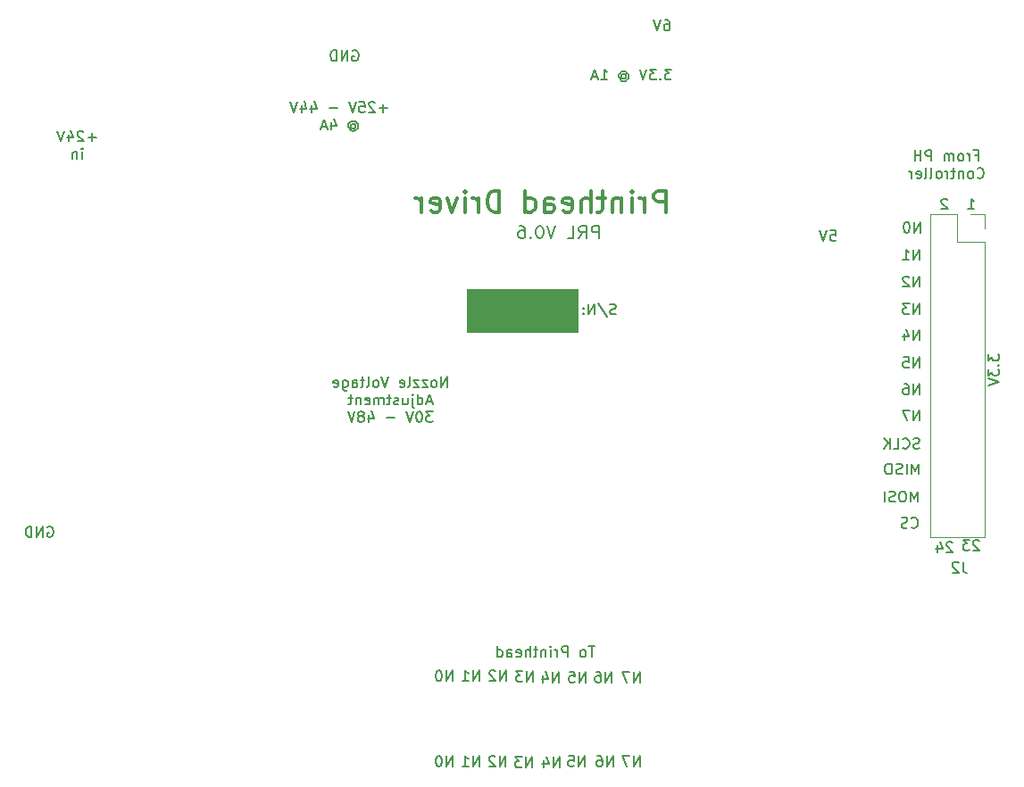
<source format=gbo>
G04 #@! TF.GenerationSoftware,KiCad,Pcbnew,(5.1.12)-1*
G04 #@! TF.CreationDate,2022-05-11T12:07:51+08:00*
G04 #@! TF.ProjectId,Printhead-Driver,5072696e-7468-4656-9164-2d4472697665,V0.6a*
G04 #@! TF.SameCoordinates,Original*
G04 #@! TF.FileFunction,Legend,Bot*
G04 #@! TF.FilePolarity,Positive*
%FSLAX46Y46*%
G04 Gerber Fmt 4.6, Leading zero omitted, Abs format (unit mm)*
G04 Created by KiCad (PCBNEW (5.1.12)-1) date 2022-05-11 12:07:51*
%MOMM*%
%LPD*%
G01*
G04 APERTURE LIST*
%ADD10C,0.150000*%
%ADD11C,0.200000*%
%ADD12C,0.100000*%
%ADD13C,0.300000*%
%ADD14C,0.120000*%
G04 APERTURE END LIST*
D10*
X132854604Y-66454400D02*
X132949842Y-66406780D01*
X133092700Y-66406780D01*
X133235557Y-66454400D01*
X133330795Y-66549638D01*
X133378414Y-66644876D01*
X133426033Y-66835352D01*
X133426033Y-66978209D01*
X133378414Y-67168685D01*
X133330795Y-67263923D01*
X133235557Y-67359161D01*
X133092700Y-67406780D01*
X132997461Y-67406780D01*
X132854604Y-67359161D01*
X132806985Y-67311542D01*
X132806985Y-66978209D01*
X132997461Y-66978209D01*
X132378414Y-67406780D02*
X132378414Y-66406780D01*
X131806985Y-67406780D01*
X131806985Y-66406780D01*
X131330795Y-67406780D02*
X131330795Y-66406780D01*
X131092700Y-66406780D01*
X130949842Y-66454400D01*
X130854604Y-66549638D01*
X130806985Y-66644876D01*
X130759366Y-66835352D01*
X130759366Y-66978209D01*
X130806985Y-67168685D01*
X130854604Y-67263923D01*
X130949842Y-67359161D01*
X131092700Y-67406780D01*
X131330795Y-67406780D01*
D11*
X193127380Y-95221609D02*
X193127380Y-95840657D01*
X193508333Y-95507323D01*
X193508333Y-95650180D01*
X193555952Y-95745419D01*
X193603571Y-95793038D01*
X193698809Y-95840657D01*
X193936904Y-95840657D01*
X194032142Y-95793038D01*
X194079761Y-95745419D01*
X194127380Y-95650180D01*
X194127380Y-95364466D01*
X194079761Y-95269228D01*
X194032142Y-95221609D01*
X194032142Y-96269228D02*
X194079761Y-96316847D01*
X194127380Y-96269228D01*
X194079761Y-96221609D01*
X194032142Y-96269228D01*
X194127380Y-96269228D01*
X193127380Y-96650180D02*
X193127380Y-97269228D01*
X193508333Y-96935895D01*
X193508333Y-97078752D01*
X193555952Y-97173990D01*
X193603571Y-97221609D01*
X193698809Y-97269228D01*
X193936904Y-97269228D01*
X194032142Y-97221609D01*
X194079761Y-97173990D01*
X194127380Y-97078752D01*
X194127380Y-96793038D01*
X194079761Y-96697800D01*
X194032142Y-96650180D01*
X193127380Y-97554942D02*
X194127380Y-97888276D01*
X193127380Y-98221609D01*
X178168276Y-83488280D02*
X178644466Y-83488280D01*
X178692085Y-83964471D01*
X178644466Y-83916852D01*
X178549228Y-83869233D01*
X178311133Y-83869233D01*
X178215895Y-83916852D01*
X178168276Y-83964471D01*
X178120657Y-84059709D01*
X178120657Y-84297804D01*
X178168276Y-84393042D01*
X178215895Y-84440661D01*
X178311133Y-84488280D01*
X178549228Y-84488280D01*
X178644466Y-84440661D01*
X178692085Y-84393042D01*
X177834942Y-83488280D02*
X177501609Y-84488280D01*
X177168276Y-83488280D01*
X162467895Y-63523880D02*
X162658371Y-63523880D01*
X162753609Y-63571500D01*
X162801228Y-63619119D01*
X162896466Y-63761976D01*
X162944085Y-63952452D01*
X162944085Y-64333404D01*
X162896466Y-64428642D01*
X162848847Y-64476261D01*
X162753609Y-64523880D01*
X162563133Y-64523880D01*
X162467895Y-64476261D01*
X162420276Y-64428642D01*
X162372657Y-64333404D01*
X162372657Y-64095309D01*
X162420276Y-64000071D01*
X162467895Y-63952452D01*
X162563133Y-63904833D01*
X162753609Y-63904833D01*
X162848847Y-63952452D01*
X162896466Y-64000071D01*
X162944085Y-64095309D01*
X162086942Y-63523880D02*
X161753609Y-64523880D01*
X161420276Y-63523880D01*
X103924004Y-111628300D02*
X104019242Y-111580680D01*
X104162100Y-111580680D01*
X104304957Y-111628300D01*
X104400195Y-111723538D01*
X104447814Y-111818776D01*
X104495433Y-112009252D01*
X104495433Y-112152109D01*
X104447814Y-112342585D01*
X104400195Y-112437823D01*
X104304957Y-112533061D01*
X104162100Y-112580680D01*
X104066861Y-112580680D01*
X103924004Y-112533061D01*
X103876385Y-112485442D01*
X103876385Y-112152109D01*
X104066861Y-112152109D01*
X103447814Y-112580680D02*
X103447814Y-111580680D01*
X102876385Y-112580680D01*
X102876385Y-111580680D01*
X102400195Y-112580680D02*
X102400195Y-111580680D01*
X102162100Y-111580680D01*
X102019242Y-111628300D01*
X101924004Y-111723538D01*
X101876385Y-111818776D01*
X101828766Y-112009252D01*
X101828766Y-112152109D01*
X101876385Y-112342585D01*
X101924004Y-112437823D01*
X102019242Y-112533061D01*
X102162100Y-112580680D01*
X102400195Y-112580680D01*
D12*
G36*
X154216100Y-93154500D02*
G01*
X143713200Y-93154500D01*
X143713200Y-89090500D01*
X154216100Y-89090500D01*
X154216100Y-93154500D01*
G37*
X154216100Y-93154500D02*
X143713200Y-93154500D01*
X143713200Y-89090500D01*
X154216100Y-89090500D01*
X154216100Y-93154500D01*
D11*
X157832228Y-91412961D02*
X157689371Y-91460580D01*
X157451276Y-91460580D01*
X157356038Y-91412961D01*
X157308419Y-91365342D01*
X157260800Y-91270104D01*
X157260800Y-91174866D01*
X157308419Y-91079628D01*
X157356038Y-91032009D01*
X157451276Y-90984390D01*
X157641752Y-90936771D01*
X157736990Y-90889152D01*
X157784609Y-90841533D01*
X157832228Y-90746295D01*
X157832228Y-90651057D01*
X157784609Y-90555819D01*
X157736990Y-90508200D01*
X157641752Y-90460580D01*
X157403657Y-90460580D01*
X157260800Y-90508200D01*
X156117942Y-90412961D02*
X156975085Y-91698676D01*
X155784609Y-91460580D02*
X155784609Y-90460580D01*
X155213180Y-91460580D01*
X155213180Y-90460580D01*
X154736990Y-91365342D02*
X154689371Y-91412961D01*
X154736990Y-91460580D01*
X154784609Y-91412961D01*
X154736990Y-91365342D01*
X154736990Y-91460580D01*
X154736990Y-90841533D02*
X154689371Y-90889152D01*
X154736990Y-90936771D01*
X154784609Y-90889152D01*
X154736990Y-90841533D01*
X154736990Y-90936771D01*
D10*
X185853366Y-111634542D02*
X185900985Y-111682161D01*
X186043842Y-111729780D01*
X186139080Y-111729780D01*
X186281938Y-111682161D01*
X186377176Y-111586923D01*
X186424795Y-111491685D01*
X186472414Y-111301209D01*
X186472414Y-111158352D01*
X186424795Y-110967876D01*
X186377176Y-110872638D01*
X186281938Y-110777400D01*
X186139080Y-110729780D01*
X186043842Y-110729780D01*
X185900985Y-110777400D01*
X185853366Y-110825019D01*
X185472414Y-111682161D02*
X185329557Y-111729780D01*
X185091461Y-111729780D01*
X184996223Y-111682161D01*
X184948604Y-111634542D01*
X184900985Y-111539304D01*
X184900985Y-111444066D01*
X184948604Y-111348828D01*
X184996223Y-111301209D01*
X185091461Y-111253590D01*
X185281938Y-111205971D01*
X185377176Y-111158352D01*
X185424795Y-111110733D01*
X185472414Y-111015495D01*
X185472414Y-110920257D01*
X185424795Y-110825019D01*
X185377176Y-110777400D01*
X185281938Y-110729780D01*
X185043842Y-110729780D01*
X184900985Y-110777400D01*
X186445328Y-109253280D02*
X186445328Y-108253280D01*
X186111995Y-108967566D01*
X185778661Y-108253280D01*
X185778661Y-109253280D01*
X185111995Y-108253280D02*
X184921519Y-108253280D01*
X184826280Y-108300900D01*
X184731042Y-108396138D01*
X184683423Y-108586614D01*
X184683423Y-108919947D01*
X184731042Y-109110423D01*
X184826280Y-109205661D01*
X184921519Y-109253280D01*
X185111995Y-109253280D01*
X185207233Y-109205661D01*
X185302471Y-109110423D01*
X185350090Y-108919947D01*
X185350090Y-108586614D01*
X185302471Y-108396138D01*
X185207233Y-108300900D01*
X185111995Y-108253280D01*
X184302471Y-109205661D02*
X184159614Y-109253280D01*
X183921519Y-109253280D01*
X183826280Y-109205661D01*
X183778661Y-109158042D01*
X183731042Y-109062804D01*
X183731042Y-108967566D01*
X183778661Y-108872328D01*
X183826280Y-108824709D01*
X183921519Y-108777090D01*
X184111995Y-108729471D01*
X184207233Y-108681852D01*
X184254852Y-108634233D01*
X184302471Y-108538995D01*
X184302471Y-108443757D01*
X184254852Y-108348519D01*
X184207233Y-108300900D01*
X184111995Y-108253280D01*
X183873900Y-108253280D01*
X183731042Y-108300900D01*
X183302471Y-109253280D02*
X183302471Y-108253280D01*
X142303404Y-134352380D02*
X142303404Y-133352380D01*
X141731976Y-134352380D01*
X141731976Y-133352380D01*
X141065309Y-133352380D02*
X140970071Y-133352380D01*
X140874833Y-133400000D01*
X140827214Y-133447619D01*
X140779595Y-133542857D01*
X140731976Y-133733333D01*
X140731976Y-133971428D01*
X140779595Y-134161904D01*
X140827214Y-134257142D01*
X140874833Y-134304761D01*
X140970071Y-134352380D01*
X141065309Y-134352380D01*
X141160547Y-134304761D01*
X141208166Y-134257142D01*
X141255785Y-134161904D01*
X141303404Y-133971428D01*
X141303404Y-133733333D01*
X141255785Y-133542857D01*
X141208166Y-133447619D01*
X141160547Y-133400000D01*
X141065309Y-133352380D01*
X144843404Y-134352380D02*
X144843404Y-133352380D01*
X144271976Y-134352380D01*
X144271976Y-133352380D01*
X143271976Y-134352380D02*
X143843404Y-134352380D01*
X143557690Y-134352380D02*
X143557690Y-133352380D01*
X143652928Y-133495238D01*
X143748166Y-133590476D01*
X143843404Y-133638095D01*
X147361904Y-134352380D02*
X147361904Y-133352380D01*
X146790476Y-134352380D01*
X146790476Y-133352380D01*
X146361904Y-133447619D02*
X146314285Y-133400000D01*
X146219047Y-133352380D01*
X145980952Y-133352380D01*
X145885714Y-133400000D01*
X145838095Y-133447619D01*
X145790476Y-133542857D01*
X145790476Y-133638095D01*
X145838095Y-133780952D01*
X146409523Y-134352380D01*
X145790476Y-134352380D01*
X149861904Y-134452380D02*
X149861904Y-133452380D01*
X149290476Y-134452380D01*
X149290476Y-133452380D01*
X148909523Y-133452380D02*
X148290476Y-133452380D01*
X148623809Y-133833333D01*
X148480952Y-133833333D01*
X148385714Y-133880952D01*
X148338095Y-133928571D01*
X148290476Y-134023809D01*
X148290476Y-134261904D01*
X148338095Y-134357142D01*
X148385714Y-134404761D01*
X148480952Y-134452380D01*
X148766666Y-134452380D01*
X148861904Y-134404761D01*
X148909523Y-134357142D01*
X152461904Y-134452380D02*
X152461904Y-133452380D01*
X151890476Y-134452380D01*
X151890476Y-133452380D01*
X150985714Y-133785714D02*
X150985714Y-134452380D01*
X151223809Y-133404761D02*
X151461904Y-134119047D01*
X150842857Y-134119047D01*
X154861904Y-134352380D02*
X154861904Y-133352380D01*
X154290476Y-134352380D01*
X154290476Y-133352380D01*
X153338095Y-133352380D02*
X153814285Y-133352380D01*
X153861904Y-133828571D01*
X153814285Y-133780952D01*
X153719047Y-133733333D01*
X153480952Y-133733333D01*
X153385714Y-133780952D01*
X153338095Y-133828571D01*
X153290476Y-133923809D01*
X153290476Y-134161904D01*
X153338095Y-134257142D01*
X153385714Y-134304761D01*
X153480952Y-134352380D01*
X153719047Y-134352380D01*
X153814285Y-134304761D01*
X153861904Y-134257142D01*
X157561904Y-134352380D02*
X157561904Y-133352380D01*
X156990476Y-134352380D01*
X156990476Y-133352380D01*
X156085714Y-133352380D02*
X156276190Y-133352380D01*
X156371428Y-133400000D01*
X156419047Y-133447619D01*
X156514285Y-133590476D01*
X156561904Y-133780952D01*
X156561904Y-134161904D01*
X156514285Y-134257142D01*
X156466666Y-134304761D01*
X156371428Y-134352380D01*
X156180952Y-134352380D01*
X156085714Y-134304761D01*
X156038095Y-134257142D01*
X155990476Y-134161904D01*
X155990476Y-133923809D01*
X156038095Y-133828571D01*
X156085714Y-133780952D01*
X156180952Y-133733333D01*
X156371428Y-133733333D01*
X156466666Y-133780952D01*
X156514285Y-133828571D01*
X156561904Y-133923809D01*
X160083404Y-134352380D02*
X160083404Y-133352380D01*
X159511976Y-134352380D01*
X159511976Y-133352380D01*
X159131023Y-133352380D02*
X158464357Y-133352380D01*
X158892928Y-134352380D01*
X141827952Y-98365880D02*
X141827952Y-97365880D01*
X141256523Y-98365880D01*
X141256523Y-97365880D01*
X140637476Y-98365880D02*
X140732714Y-98318261D01*
X140780333Y-98270642D01*
X140827952Y-98175404D01*
X140827952Y-97889690D01*
X140780333Y-97794452D01*
X140732714Y-97746833D01*
X140637476Y-97699214D01*
X140494619Y-97699214D01*
X140399380Y-97746833D01*
X140351761Y-97794452D01*
X140304142Y-97889690D01*
X140304142Y-98175404D01*
X140351761Y-98270642D01*
X140399380Y-98318261D01*
X140494619Y-98365880D01*
X140637476Y-98365880D01*
X139970809Y-97699214D02*
X139447000Y-97699214D01*
X139970809Y-98365880D01*
X139447000Y-98365880D01*
X139161285Y-97699214D02*
X138637476Y-97699214D01*
X139161285Y-98365880D01*
X138637476Y-98365880D01*
X138113666Y-98365880D02*
X138208904Y-98318261D01*
X138256523Y-98223023D01*
X138256523Y-97365880D01*
X137351761Y-98318261D02*
X137447000Y-98365880D01*
X137637476Y-98365880D01*
X137732714Y-98318261D01*
X137780333Y-98223023D01*
X137780333Y-97842071D01*
X137732714Y-97746833D01*
X137637476Y-97699214D01*
X137447000Y-97699214D01*
X137351761Y-97746833D01*
X137304142Y-97842071D01*
X137304142Y-97937309D01*
X137780333Y-98032547D01*
X136256523Y-97365880D02*
X135923190Y-98365880D01*
X135589857Y-97365880D01*
X135113666Y-98365880D02*
X135208904Y-98318261D01*
X135256523Y-98270642D01*
X135304142Y-98175404D01*
X135304142Y-97889690D01*
X135256523Y-97794452D01*
X135208904Y-97746833D01*
X135113666Y-97699214D01*
X134970809Y-97699214D01*
X134875571Y-97746833D01*
X134827952Y-97794452D01*
X134780333Y-97889690D01*
X134780333Y-98175404D01*
X134827952Y-98270642D01*
X134875571Y-98318261D01*
X134970809Y-98365880D01*
X135113666Y-98365880D01*
X134208904Y-98365880D02*
X134304142Y-98318261D01*
X134351761Y-98223023D01*
X134351761Y-97365880D01*
X133970809Y-97699214D02*
X133589857Y-97699214D01*
X133827952Y-97365880D02*
X133827952Y-98223023D01*
X133780333Y-98318261D01*
X133685095Y-98365880D01*
X133589857Y-98365880D01*
X132827952Y-98365880D02*
X132827952Y-97842071D01*
X132875571Y-97746833D01*
X132970809Y-97699214D01*
X133161285Y-97699214D01*
X133256523Y-97746833D01*
X132827952Y-98318261D02*
X132923190Y-98365880D01*
X133161285Y-98365880D01*
X133256523Y-98318261D01*
X133304142Y-98223023D01*
X133304142Y-98127785D01*
X133256523Y-98032547D01*
X133161285Y-97984928D01*
X132923190Y-97984928D01*
X132827952Y-97937309D01*
X131923190Y-97699214D02*
X131923190Y-98508738D01*
X131970809Y-98603976D01*
X132018428Y-98651595D01*
X132113666Y-98699214D01*
X132256523Y-98699214D01*
X132351761Y-98651595D01*
X131923190Y-98318261D02*
X132018428Y-98365880D01*
X132208904Y-98365880D01*
X132304142Y-98318261D01*
X132351761Y-98270642D01*
X132399380Y-98175404D01*
X132399380Y-97889690D01*
X132351761Y-97794452D01*
X132304142Y-97746833D01*
X132208904Y-97699214D01*
X132018428Y-97699214D01*
X131923190Y-97746833D01*
X131066047Y-98318261D02*
X131161285Y-98365880D01*
X131351761Y-98365880D01*
X131447000Y-98318261D01*
X131494619Y-98223023D01*
X131494619Y-97842071D01*
X131447000Y-97746833D01*
X131351761Y-97699214D01*
X131161285Y-97699214D01*
X131066047Y-97746833D01*
X131018428Y-97842071D01*
X131018428Y-97937309D01*
X131494619Y-98032547D01*
X140351761Y-99730166D02*
X139875571Y-99730166D01*
X140447000Y-100015880D02*
X140113666Y-99015880D01*
X139780333Y-100015880D01*
X139018428Y-100015880D02*
X139018428Y-99015880D01*
X139018428Y-99968261D02*
X139113666Y-100015880D01*
X139304142Y-100015880D01*
X139399380Y-99968261D01*
X139447000Y-99920642D01*
X139494619Y-99825404D01*
X139494619Y-99539690D01*
X139447000Y-99444452D01*
X139399380Y-99396833D01*
X139304142Y-99349214D01*
X139113666Y-99349214D01*
X139018428Y-99396833D01*
X138542238Y-99349214D02*
X138542238Y-100206357D01*
X138589857Y-100301595D01*
X138685095Y-100349214D01*
X138732714Y-100349214D01*
X138542238Y-99015880D02*
X138589857Y-99063500D01*
X138542238Y-99111119D01*
X138494619Y-99063500D01*
X138542238Y-99015880D01*
X138542238Y-99111119D01*
X137637476Y-99349214D02*
X137637476Y-100015880D01*
X138066047Y-99349214D02*
X138066047Y-99873023D01*
X138018428Y-99968261D01*
X137923190Y-100015880D01*
X137780333Y-100015880D01*
X137685095Y-99968261D01*
X137637476Y-99920642D01*
X137208904Y-99968261D02*
X137113666Y-100015880D01*
X136923190Y-100015880D01*
X136827952Y-99968261D01*
X136780333Y-99873023D01*
X136780333Y-99825404D01*
X136827952Y-99730166D01*
X136923190Y-99682547D01*
X137066047Y-99682547D01*
X137161285Y-99634928D01*
X137208904Y-99539690D01*
X137208904Y-99492071D01*
X137161285Y-99396833D01*
X137066047Y-99349214D01*
X136923190Y-99349214D01*
X136827952Y-99396833D01*
X136494619Y-99349214D02*
X136113666Y-99349214D01*
X136351761Y-99015880D02*
X136351761Y-99873023D01*
X136304142Y-99968261D01*
X136208904Y-100015880D01*
X136113666Y-100015880D01*
X135780333Y-100015880D02*
X135780333Y-99349214D01*
X135780333Y-99444452D02*
X135732714Y-99396833D01*
X135637476Y-99349214D01*
X135494619Y-99349214D01*
X135399380Y-99396833D01*
X135351761Y-99492071D01*
X135351761Y-100015880D01*
X135351761Y-99492071D02*
X135304142Y-99396833D01*
X135208904Y-99349214D01*
X135066047Y-99349214D01*
X134970809Y-99396833D01*
X134923190Y-99492071D01*
X134923190Y-100015880D01*
X134066047Y-99968261D02*
X134161285Y-100015880D01*
X134351761Y-100015880D01*
X134447000Y-99968261D01*
X134494619Y-99873023D01*
X134494619Y-99492071D01*
X134447000Y-99396833D01*
X134351761Y-99349214D01*
X134161285Y-99349214D01*
X134066047Y-99396833D01*
X134018428Y-99492071D01*
X134018428Y-99587309D01*
X134494619Y-99682547D01*
X133589857Y-99349214D02*
X133589857Y-100015880D01*
X133589857Y-99444452D02*
X133542238Y-99396833D01*
X133447000Y-99349214D01*
X133304142Y-99349214D01*
X133208904Y-99396833D01*
X133161285Y-99492071D01*
X133161285Y-100015880D01*
X132827952Y-99349214D02*
X132447000Y-99349214D01*
X132685095Y-99015880D02*
X132685095Y-99873023D01*
X132637476Y-99968261D01*
X132542238Y-100015880D01*
X132447000Y-100015880D01*
X140447000Y-100665880D02*
X139827952Y-100665880D01*
X140161285Y-101046833D01*
X140018428Y-101046833D01*
X139923190Y-101094452D01*
X139875571Y-101142071D01*
X139827952Y-101237309D01*
X139827952Y-101475404D01*
X139875571Y-101570642D01*
X139923190Y-101618261D01*
X140018428Y-101665880D01*
X140304142Y-101665880D01*
X140399380Y-101618261D01*
X140447000Y-101570642D01*
X139208904Y-100665880D02*
X139113666Y-100665880D01*
X139018428Y-100713500D01*
X138970809Y-100761119D01*
X138923190Y-100856357D01*
X138875571Y-101046833D01*
X138875571Y-101284928D01*
X138923190Y-101475404D01*
X138970809Y-101570642D01*
X139018428Y-101618261D01*
X139113666Y-101665880D01*
X139208904Y-101665880D01*
X139304142Y-101618261D01*
X139351761Y-101570642D01*
X139399380Y-101475404D01*
X139447000Y-101284928D01*
X139447000Y-101046833D01*
X139399380Y-100856357D01*
X139351761Y-100761119D01*
X139304142Y-100713500D01*
X139208904Y-100665880D01*
X138589857Y-100665880D02*
X138256523Y-101665880D01*
X137923190Y-100665880D01*
X136827952Y-101284928D02*
X136066047Y-101284928D01*
X134399380Y-100999214D02*
X134399380Y-101665880D01*
X134637476Y-100618261D02*
X134875571Y-101332547D01*
X134256523Y-101332547D01*
X133732714Y-101094452D02*
X133827952Y-101046833D01*
X133875571Y-100999214D01*
X133923190Y-100903976D01*
X133923190Y-100856357D01*
X133875571Y-100761119D01*
X133827952Y-100713500D01*
X133732714Y-100665880D01*
X133542238Y-100665880D01*
X133447000Y-100713500D01*
X133399380Y-100761119D01*
X133351761Y-100856357D01*
X133351761Y-100903976D01*
X133399380Y-100999214D01*
X133447000Y-101046833D01*
X133542238Y-101094452D01*
X133732714Y-101094452D01*
X133827952Y-101142071D01*
X133875571Y-101189690D01*
X133923190Y-101284928D01*
X133923190Y-101475404D01*
X133875571Y-101570642D01*
X133827952Y-101618261D01*
X133732714Y-101665880D01*
X133542238Y-101665880D01*
X133447000Y-101618261D01*
X133399380Y-101570642D01*
X133351761Y-101475404D01*
X133351761Y-101284928D01*
X133399380Y-101189690D01*
X133447000Y-101142071D01*
X133542238Y-101094452D01*
X133066047Y-100665880D02*
X132732714Y-101665880D01*
X132399380Y-100665880D01*
X155820476Y-122959880D02*
X155249047Y-122959880D01*
X155534761Y-123959880D02*
X155534761Y-122959880D01*
X154772857Y-123959880D02*
X154868095Y-123912261D01*
X154915714Y-123864642D01*
X154963333Y-123769404D01*
X154963333Y-123483690D01*
X154915714Y-123388452D01*
X154868095Y-123340833D01*
X154772857Y-123293214D01*
X154630000Y-123293214D01*
X154534761Y-123340833D01*
X154487142Y-123388452D01*
X154439523Y-123483690D01*
X154439523Y-123769404D01*
X154487142Y-123864642D01*
X154534761Y-123912261D01*
X154630000Y-123959880D01*
X154772857Y-123959880D01*
X153249047Y-123959880D02*
X153249047Y-122959880D01*
X152868095Y-122959880D01*
X152772857Y-123007500D01*
X152725238Y-123055119D01*
X152677619Y-123150357D01*
X152677619Y-123293214D01*
X152725238Y-123388452D01*
X152772857Y-123436071D01*
X152868095Y-123483690D01*
X153249047Y-123483690D01*
X152249047Y-123959880D02*
X152249047Y-123293214D01*
X152249047Y-123483690D02*
X152201428Y-123388452D01*
X152153809Y-123340833D01*
X152058571Y-123293214D01*
X151963333Y-123293214D01*
X151630000Y-123959880D02*
X151630000Y-123293214D01*
X151630000Y-122959880D02*
X151677619Y-123007500D01*
X151630000Y-123055119D01*
X151582380Y-123007500D01*
X151630000Y-122959880D01*
X151630000Y-123055119D01*
X151153809Y-123293214D02*
X151153809Y-123959880D01*
X151153809Y-123388452D02*
X151106190Y-123340833D01*
X151010952Y-123293214D01*
X150868095Y-123293214D01*
X150772857Y-123340833D01*
X150725238Y-123436071D01*
X150725238Y-123959880D01*
X150391904Y-123293214D02*
X150010952Y-123293214D01*
X150249047Y-122959880D02*
X150249047Y-123817023D01*
X150201428Y-123912261D01*
X150106190Y-123959880D01*
X150010952Y-123959880D01*
X149677619Y-123959880D02*
X149677619Y-122959880D01*
X149249047Y-123959880D02*
X149249047Y-123436071D01*
X149296666Y-123340833D01*
X149391904Y-123293214D01*
X149534761Y-123293214D01*
X149630000Y-123340833D01*
X149677619Y-123388452D01*
X148391904Y-123912261D02*
X148487142Y-123959880D01*
X148677619Y-123959880D01*
X148772857Y-123912261D01*
X148820476Y-123817023D01*
X148820476Y-123436071D01*
X148772857Y-123340833D01*
X148677619Y-123293214D01*
X148487142Y-123293214D01*
X148391904Y-123340833D01*
X148344285Y-123436071D01*
X148344285Y-123531309D01*
X148820476Y-123626547D01*
X147487142Y-123959880D02*
X147487142Y-123436071D01*
X147534761Y-123340833D01*
X147630000Y-123293214D01*
X147820476Y-123293214D01*
X147915714Y-123340833D01*
X147487142Y-123912261D02*
X147582380Y-123959880D01*
X147820476Y-123959880D01*
X147915714Y-123912261D01*
X147963333Y-123817023D01*
X147963333Y-123721785D01*
X147915714Y-123626547D01*
X147820476Y-123578928D01*
X147582380Y-123578928D01*
X147487142Y-123531309D01*
X146582380Y-123959880D02*
X146582380Y-122959880D01*
X146582380Y-123912261D02*
X146677619Y-123959880D01*
X146868095Y-123959880D01*
X146963333Y-123912261D01*
X147010952Y-123864642D01*
X147058571Y-123769404D01*
X147058571Y-123483690D01*
X147010952Y-123388452D01*
X146963333Y-123340833D01*
X146868095Y-123293214D01*
X146677619Y-123293214D01*
X146582380Y-123340833D01*
X191882376Y-76370371D02*
X192215709Y-76370371D01*
X192215709Y-76894180D02*
X192215709Y-75894180D01*
X191739519Y-75894180D01*
X191358566Y-76894180D02*
X191358566Y-76227514D01*
X191358566Y-76417990D02*
X191310947Y-76322752D01*
X191263328Y-76275133D01*
X191168090Y-76227514D01*
X191072852Y-76227514D01*
X190596661Y-76894180D02*
X190691900Y-76846561D01*
X190739519Y-76798942D01*
X190787138Y-76703704D01*
X190787138Y-76417990D01*
X190739519Y-76322752D01*
X190691900Y-76275133D01*
X190596661Y-76227514D01*
X190453804Y-76227514D01*
X190358566Y-76275133D01*
X190310947Y-76322752D01*
X190263328Y-76417990D01*
X190263328Y-76703704D01*
X190310947Y-76798942D01*
X190358566Y-76846561D01*
X190453804Y-76894180D01*
X190596661Y-76894180D01*
X189834757Y-76894180D02*
X189834757Y-76227514D01*
X189834757Y-76322752D02*
X189787138Y-76275133D01*
X189691899Y-76227514D01*
X189549042Y-76227514D01*
X189453804Y-76275133D01*
X189406185Y-76370371D01*
X189406185Y-76894180D01*
X189406185Y-76370371D02*
X189358566Y-76275133D01*
X189263328Y-76227514D01*
X189120471Y-76227514D01*
X189025233Y-76275133D01*
X188977614Y-76370371D01*
X188977614Y-76894180D01*
X187739519Y-76894180D02*
X187739519Y-75894180D01*
X187358566Y-75894180D01*
X187263328Y-75941800D01*
X187215709Y-75989419D01*
X187168090Y-76084657D01*
X187168090Y-76227514D01*
X187215709Y-76322752D01*
X187263328Y-76370371D01*
X187358566Y-76417990D01*
X187739519Y-76417990D01*
X186739519Y-76894180D02*
X186739519Y-75894180D01*
X186739519Y-76370371D02*
X186168090Y-76370371D01*
X186168090Y-76894180D02*
X186168090Y-75894180D01*
X192096661Y-78448942D02*
X192144280Y-78496561D01*
X192287138Y-78544180D01*
X192382376Y-78544180D01*
X192525233Y-78496561D01*
X192620471Y-78401323D01*
X192668090Y-78306085D01*
X192715709Y-78115609D01*
X192715709Y-77972752D01*
X192668090Y-77782276D01*
X192620471Y-77687038D01*
X192525233Y-77591800D01*
X192382376Y-77544180D01*
X192287138Y-77544180D01*
X192144280Y-77591800D01*
X192096661Y-77639419D01*
X191525233Y-78544180D02*
X191620471Y-78496561D01*
X191668090Y-78448942D01*
X191715709Y-78353704D01*
X191715709Y-78067990D01*
X191668090Y-77972752D01*
X191620471Y-77925133D01*
X191525233Y-77877514D01*
X191382376Y-77877514D01*
X191287138Y-77925133D01*
X191239519Y-77972752D01*
X191191900Y-78067990D01*
X191191900Y-78353704D01*
X191239519Y-78448942D01*
X191287138Y-78496561D01*
X191382376Y-78544180D01*
X191525233Y-78544180D01*
X190763328Y-77877514D02*
X190763328Y-78544180D01*
X190763328Y-77972752D02*
X190715709Y-77925133D01*
X190620471Y-77877514D01*
X190477614Y-77877514D01*
X190382376Y-77925133D01*
X190334757Y-78020371D01*
X190334757Y-78544180D01*
X190001423Y-77877514D02*
X189620471Y-77877514D01*
X189858566Y-77544180D02*
X189858566Y-78401323D01*
X189810947Y-78496561D01*
X189715709Y-78544180D01*
X189620471Y-78544180D01*
X189287138Y-78544180D02*
X189287138Y-77877514D01*
X189287138Y-78067990D02*
X189239519Y-77972752D01*
X189191900Y-77925133D01*
X189096661Y-77877514D01*
X189001423Y-77877514D01*
X188525233Y-78544180D02*
X188620471Y-78496561D01*
X188668090Y-78448942D01*
X188715709Y-78353704D01*
X188715709Y-78067990D01*
X188668090Y-77972752D01*
X188620471Y-77925133D01*
X188525233Y-77877514D01*
X188382376Y-77877514D01*
X188287138Y-77925133D01*
X188239519Y-77972752D01*
X188191900Y-78067990D01*
X188191900Y-78353704D01*
X188239519Y-78448942D01*
X188287138Y-78496561D01*
X188382376Y-78544180D01*
X188525233Y-78544180D01*
X187620471Y-78544180D02*
X187715709Y-78496561D01*
X187763328Y-78401323D01*
X187763328Y-77544180D01*
X187096661Y-78544180D02*
X187191900Y-78496561D01*
X187239519Y-78401323D01*
X187239519Y-77544180D01*
X186334757Y-78496561D02*
X186429995Y-78544180D01*
X186620471Y-78544180D01*
X186715709Y-78496561D01*
X186763328Y-78401323D01*
X186763328Y-78020371D01*
X186715709Y-77925133D01*
X186620471Y-77877514D01*
X186429995Y-77877514D01*
X186334757Y-77925133D01*
X186287138Y-78020371D01*
X186287138Y-78115609D01*
X186763328Y-78210847D01*
X185858566Y-78544180D02*
X185858566Y-77877514D01*
X185858566Y-78067990D02*
X185810947Y-77972752D01*
X185763328Y-77925133D01*
X185668090Y-77877514D01*
X185572852Y-77877514D01*
X163081814Y-68197480D02*
X162462766Y-68197480D01*
X162796100Y-68578433D01*
X162653242Y-68578433D01*
X162558004Y-68626052D01*
X162510385Y-68673671D01*
X162462766Y-68768909D01*
X162462766Y-69007004D01*
X162510385Y-69102242D01*
X162558004Y-69149861D01*
X162653242Y-69197480D01*
X162938957Y-69197480D01*
X163034195Y-69149861D01*
X163081814Y-69102242D01*
X162034195Y-69102242D02*
X161986576Y-69149861D01*
X162034195Y-69197480D01*
X162081814Y-69149861D01*
X162034195Y-69102242D01*
X162034195Y-69197480D01*
X161653242Y-68197480D02*
X161034195Y-68197480D01*
X161367528Y-68578433D01*
X161224671Y-68578433D01*
X161129433Y-68626052D01*
X161081814Y-68673671D01*
X161034195Y-68768909D01*
X161034195Y-69007004D01*
X161081814Y-69102242D01*
X161129433Y-69149861D01*
X161224671Y-69197480D01*
X161510385Y-69197480D01*
X161605623Y-69149861D01*
X161653242Y-69102242D01*
X160748480Y-68197480D02*
X160415147Y-69197480D01*
X160081814Y-68197480D01*
X158367528Y-68721290D02*
X158415147Y-68673671D01*
X158510385Y-68626052D01*
X158605623Y-68626052D01*
X158700861Y-68673671D01*
X158748480Y-68721290D01*
X158796100Y-68816528D01*
X158796100Y-68911766D01*
X158748480Y-69007004D01*
X158700861Y-69054623D01*
X158605623Y-69102242D01*
X158510385Y-69102242D01*
X158415147Y-69054623D01*
X158367528Y-69007004D01*
X158367528Y-68626052D02*
X158367528Y-69007004D01*
X158319909Y-69054623D01*
X158272290Y-69054623D01*
X158177052Y-69007004D01*
X158129433Y-68911766D01*
X158129433Y-68673671D01*
X158224671Y-68530814D01*
X158367528Y-68435576D01*
X158558004Y-68387957D01*
X158748480Y-68435576D01*
X158891338Y-68530814D01*
X158986576Y-68673671D01*
X159034195Y-68864147D01*
X158986576Y-69054623D01*
X158891338Y-69197480D01*
X158748480Y-69292719D01*
X158558004Y-69340338D01*
X158367528Y-69292719D01*
X158224671Y-69197480D01*
X156415147Y-69197480D02*
X156986576Y-69197480D01*
X156700861Y-69197480D02*
X156700861Y-68197480D01*
X156796100Y-68340338D01*
X156891338Y-68435576D01*
X156986576Y-68483195D01*
X156034195Y-68911766D02*
X155558004Y-68911766D01*
X156129433Y-69197480D02*
X155796100Y-68197480D01*
X155462766Y-69197480D01*
X108518104Y-74659028D02*
X107756200Y-74659028D01*
X108137152Y-75039980D02*
X108137152Y-74278076D01*
X107327628Y-74135219D02*
X107280009Y-74087600D01*
X107184771Y-74039980D01*
X106946676Y-74039980D01*
X106851438Y-74087600D01*
X106803819Y-74135219D01*
X106756200Y-74230457D01*
X106756200Y-74325695D01*
X106803819Y-74468552D01*
X107375247Y-75039980D01*
X106756200Y-75039980D01*
X105899057Y-74373314D02*
X105899057Y-75039980D01*
X106137152Y-73992361D02*
X106375247Y-74706647D01*
X105756200Y-74706647D01*
X105518104Y-74039980D02*
X105184771Y-75039980D01*
X104851438Y-74039980D01*
X107208580Y-76689980D02*
X107208580Y-76023314D01*
X107208580Y-75689980D02*
X107256200Y-75737600D01*
X107208580Y-75785219D01*
X107160961Y-75737600D01*
X107208580Y-75689980D01*
X107208580Y-75785219D01*
X106732390Y-76023314D02*
X106732390Y-76689980D01*
X106732390Y-76118552D02*
X106684771Y-76070933D01*
X106589533Y-76023314D01*
X106446676Y-76023314D01*
X106351438Y-76070933D01*
X106303819Y-76166171D01*
X106303819Y-76689980D01*
X136159309Y-71903128D02*
X135397404Y-71903128D01*
X135778357Y-72284080D02*
X135778357Y-71522176D01*
X134968833Y-71379319D02*
X134921214Y-71331700D01*
X134825976Y-71284080D01*
X134587880Y-71284080D01*
X134492642Y-71331700D01*
X134445023Y-71379319D01*
X134397404Y-71474557D01*
X134397404Y-71569795D01*
X134445023Y-71712652D01*
X135016452Y-72284080D01*
X134397404Y-72284080D01*
X133492642Y-71284080D02*
X133968833Y-71284080D01*
X134016452Y-71760271D01*
X133968833Y-71712652D01*
X133873595Y-71665033D01*
X133635500Y-71665033D01*
X133540261Y-71712652D01*
X133492642Y-71760271D01*
X133445023Y-71855509D01*
X133445023Y-72093604D01*
X133492642Y-72188842D01*
X133540261Y-72236461D01*
X133635500Y-72284080D01*
X133873595Y-72284080D01*
X133968833Y-72236461D01*
X134016452Y-72188842D01*
X133159309Y-71284080D02*
X132825976Y-72284080D01*
X132492642Y-71284080D01*
X131397404Y-71903128D02*
X130635500Y-71903128D01*
X128968833Y-71617414D02*
X128968833Y-72284080D01*
X129206928Y-71236461D02*
X129445023Y-71950747D01*
X128825976Y-71950747D01*
X128016452Y-71617414D02*
X128016452Y-72284080D01*
X128254547Y-71236461D02*
X128492642Y-71950747D01*
X127873595Y-71950747D01*
X127635500Y-71284080D02*
X127302166Y-72284080D01*
X126968833Y-71284080D01*
X132706928Y-73457890D02*
X132754547Y-73410271D01*
X132849785Y-73362652D01*
X132945023Y-73362652D01*
X133040261Y-73410271D01*
X133087880Y-73457890D01*
X133135500Y-73553128D01*
X133135500Y-73648366D01*
X133087880Y-73743604D01*
X133040261Y-73791223D01*
X132945023Y-73838842D01*
X132849785Y-73838842D01*
X132754547Y-73791223D01*
X132706928Y-73743604D01*
X132706928Y-73362652D02*
X132706928Y-73743604D01*
X132659309Y-73791223D01*
X132611690Y-73791223D01*
X132516452Y-73743604D01*
X132468833Y-73648366D01*
X132468833Y-73410271D01*
X132564071Y-73267414D01*
X132706928Y-73172176D01*
X132897404Y-73124557D01*
X133087880Y-73172176D01*
X133230738Y-73267414D01*
X133325976Y-73410271D01*
X133373595Y-73600747D01*
X133325976Y-73791223D01*
X133230738Y-73934080D01*
X133087880Y-74029319D01*
X132897404Y-74076938D01*
X132706928Y-74029319D01*
X132564071Y-73934080D01*
X130849785Y-73267414D02*
X130849785Y-73934080D01*
X131087880Y-72886461D02*
X131325976Y-73600747D01*
X130706928Y-73600747D01*
X130373595Y-73648366D02*
X129897404Y-73648366D01*
X130468833Y-73934080D02*
X130135500Y-72934080D01*
X129802166Y-73934080D01*
X186689904Y-83700880D02*
X186689904Y-82700880D01*
X186118476Y-83700880D01*
X186118476Y-82700880D01*
X185451809Y-82700880D02*
X185356571Y-82700880D01*
X185261333Y-82748500D01*
X185213714Y-82796119D01*
X185166095Y-82891357D01*
X185118476Y-83081833D01*
X185118476Y-83319928D01*
X185166095Y-83510404D01*
X185213714Y-83605642D01*
X185261333Y-83653261D01*
X185356571Y-83700880D01*
X185451809Y-83700880D01*
X185547047Y-83653261D01*
X185594666Y-83605642D01*
X185642285Y-83510404D01*
X185689904Y-83319928D01*
X185689904Y-83081833D01*
X185642285Y-82891357D01*
X185594666Y-82796119D01*
X185547047Y-82748500D01*
X185451809Y-82700880D01*
X186626404Y-86304380D02*
X186626404Y-85304380D01*
X186054976Y-86304380D01*
X186054976Y-85304380D01*
X185054976Y-86304380D02*
X185626404Y-86304380D01*
X185340690Y-86304380D02*
X185340690Y-85304380D01*
X185435928Y-85447238D01*
X185531166Y-85542476D01*
X185626404Y-85590095D01*
X186626404Y-88844380D02*
X186626404Y-87844380D01*
X186054976Y-88844380D01*
X186054976Y-87844380D01*
X185626404Y-87939619D02*
X185578785Y-87892000D01*
X185483547Y-87844380D01*
X185245452Y-87844380D01*
X185150214Y-87892000D01*
X185102595Y-87939619D01*
X185054976Y-88034857D01*
X185054976Y-88130095D01*
X185102595Y-88272952D01*
X185674023Y-88844380D01*
X185054976Y-88844380D01*
X186626404Y-91447880D02*
X186626404Y-90447880D01*
X186054976Y-91447880D01*
X186054976Y-90447880D01*
X185674023Y-90447880D02*
X185054976Y-90447880D01*
X185388309Y-90828833D01*
X185245452Y-90828833D01*
X185150214Y-90876452D01*
X185102595Y-90924071D01*
X185054976Y-91019309D01*
X185054976Y-91257404D01*
X185102595Y-91352642D01*
X185150214Y-91400261D01*
X185245452Y-91447880D01*
X185531166Y-91447880D01*
X185626404Y-91400261D01*
X185674023Y-91352642D01*
X186626404Y-93924380D02*
X186626404Y-92924380D01*
X186054976Y-93924380D01*
X186054976Y-92924380D01*
X185150214Y-93257714D02*
X185150214Y-93924380D01*
X185388309Y-92876761D02*
X185626404Y-93591047D01*
X185007357Y-93591047D01*
X186626404Y-96527880D02*
X186626404Y-95527880D01*
X186054976Y-96527880D01*
X186054976Y-95527880D01*
X185102595Y-95527880D02*
X185578785Y-95527880D01*
X185626404Y-96004071D01*
X185578785Y-95956452D01*
X185483547Y-95908833D01*
X185245452Y-95908833D01*
X185150214Y-95956452D01*
X185102595Y-96004071D01*
X185054976Y-96099309D01*
X185054976Y-96337404D01*
X185102595Y-96432642D01*
X185150214Y-96480261D01*
X185245452Y-96527880D01*
X185483547Y-96527880D01*
X185578785Y-96480261D01*
X185626404Y-96432642D01*
X186626404Y-99067880D02*
X186626404Y-98067880D01*
X186054976Y-99067880D01*
X186054976Y-98067880D01*
X185150214Y-98067880D02*
X185340690Y-98067880D01*
X185435928Y-98115500D01*
X185483547Y-98163119D01*
X185578785Y-98305976D01*
X185626404Y-98496452D01*
X185626404Y-98877404D01*
X185578785Y-98972642D01*
X185531166Y-99020261D01*
X185435928Y-99067880D01*
X185245452Y-99067880D01*
X185150214Y-99020261D01*
X185102595Y-98972642D01*
X185054976Y-98877404D01*
X185054976Y-98639309D01*
X185102595Y-98544071D01*
X185150214Y-98496452D01*
X185245452Y-98448833D01*
X185435928Y-98448833D01*
X185531166Y-98496452D01*
X185578785Y-98544071D01*
X185626404Y-98639309D01*
X186626404Y-101544380D02*
X186626404Y-100544380D01*
X186054976Y-101544380D01*
X186054976Y-100544380D01*
X185674023Y-100544380D02*
X185007357Y-100544380D01*
X185435928Y-101544380D01*
X186602476Y-104151061D02*
X186459619Y-104198680D01*
X186221523Y-104198680D01*
X186126285Y-104151061D01*
X186078666Y-104103442D01*
X186031047Y-104008204D01*
X186031047Y-103912966D01*
X186078666Y-103817728D01*
X186126285Y-103770109D01*
X186221523Y-103722490D01*
X186412000Y-103674871D01*
X186507238Y-103627252D01*
X186554857Y-103579633D01*
X186602476Y-103484395D01*
X186602476Y-103389157D01*
X186554857Y-103293919D01*
X186507238Y-103246300D01*
X186412000Y-103198680D01*
X186173904Y-103198680D01*
X186031047Y-103246300D01*
X185031047Y-104103442D02*
X185078666Y-104151061D01*
X185221523Y-104198680D01*
X185316761Y-104198680D01*
X185459619Y-104151061D01*
X185554857Y-104055823D01*
X185602476Y-103960585D01*
X185650095Y-103770109D01*
X185650095Y-103627252D01*
X185602476Y-103436776D01*
X185554857Y-103341538D01*
X185459619Y-103246300D01*
X185316761Y-103198680D01*
X185221523Y-103198680D01*
X185078666Y-103246300D01*
X185031047Y-103293919D01*
X184126285Y-104198680D02*
X184602476Y-104198680D01*
X184602476Y-103198680D01*
X183792952Y-104198680D02*
X183792952Y-103198680D01*
X183221523Y-104198680D02*
X183650095Y-103627252D01*
X183221523Y-103198680D02*
X183792952Y-103770109D01*
X186546928Y-106624380D02*
X186546928Y-105624380D01*
X186213595Y-106338666D01*
X185880261Y-105624380D01*
X185880261Y-106624380D01*
X185404071Y-106624380D02*
X185404071Y-105624380D01*
X184975500Y-106576761D02*
X184832642Y-106624380D01*
X184594547Y-106624380D01*
X184499309Y-106576761D01*
X184451690Y-106529142D01*
X184404071Y-106433904D01*
X184404071Y-106338666D01*
X184451690Y-106243428D01*
X184499309Y-106195809D01*
X184594547Y-106148190D01*
X184785023Y-106100571D01*
X184880261Y-106052952D01*
X184927880Y-106005333D01*
X184975500Y-105910095D01*
X184975500Y-105814857D01*
X184927880Y-105719619D01*
X184880261Y-105672000D01*
X184785023Y-105624380D01*
X184546928Y-105624380D01*
X184404071Y-105672000D01*
X183785023Y-105624380D02*
X183594547Y-105624380D01*
X183499309Y-105672000D01*
X183404071Y-105767238D01*
X183356452Y-105957714D01*
X183356452Y-106291047D01*
X183404071Y-106481523D01*
X183499309Y-106576761D01*
X183594547Y-106624380D01*
X183785023Y-106624380D01*
X183880261Y-106576761D01*
X183975500Y-106481523D01*
X184023119Y-106291047D01*
X184023119Y-105957714D01*
X183975500Y-105767238D01*
X183880261Y-105672000D01*
X183785023Y-105624380D01*
X160083404Y-126372880D02*
X160083404Y-125372880D01*
X159511976Y-126372880D01*
X159511976Y-125372880D01*
X159131023Y-125372880D02*
X158464357Y-125372880D01*
X158892928Y-126372880D01*
X157416404Y-126372880D02*
X157416404Y-125372880D01*
X156844976Y-126372880D01*
X156844976Y-125372880D01*
X155940214Y-125372880D02*
X156130690Y-125372880D01*
X156225928Y-125420500D01*
X156273547Y-125468119D01*
X156368785Y-125610976D01*
X156416404Y-125801452D01*
X156416404Y-126182404D01*
X156368785Y-126277642D01*
X156321166Y-126325261D01*
X156225928Y-126372880D01*
X156035452Y-126372880D01*
X155940214Y-126325261D01*
X155892595Y-126277642D01*
X155844976Y-126182404D01*
X155844976Y-125944309D01*
X155892595Y-125849071D01*
X155940214Y-125801452D01*
X156035452Y-125753833D01*
X156225928Y-125753833D01*
X156321166Y-125801452D01*
X156368785Y-125849071D01*
X156416404Y-125944309D01*
X154939904Y-126372880D02*
X154939904Y-125372880D01*
X154368476Y-126372880D01*
X154368476Y-125372880D01*
X153416095Y-125372880D02*
X153892285Y-125372880D01*
X153939904Y-125849071D01*
X153892285Y-125801452D01*
X153797047Y-125753833D01*
X153558952Y-125753833D01*
X153463714Y-125801452D01*
X153416095Y-125849071D01*
X153368476Y-125944309D01*
X153368476Y-126182404D01*
X153416095Y-126277642D01*
X153463714Y-126325261D01*
X153558952Y-126372880D01*
X153797047Y-126372880D01*
X153892285Y-126325261D01*
X153939904Y-126277642D01*
X152399904Y-126372880D02*
X152399904Y-125372880D01*
X151828476Y-126372880D01*
X151828476Y-125372880D01*
X150923714Y-125706214D02*
X150923714Y-126372880D01*
X151161809Y-125325261D02*
X151399904Y-126039547D01*
X150780857Y-126039547D01*
X149923404Y-126309380D02*
X149923404Y-125309380D01*
X149351976Y-126309380D01*
X149351976Y-125309380D01*
X148971023Y-125309380D02*
X148351976Y-125309380D01*
X148685309Y-125690333D01*
X148542452Y-125690333D01*
X148447214Y-125737952D01*
X148399595Y-125785571D01*
X148351976Y-125880809D01*
X148351976Y-126118904D01*
X148399595Y-126214142D01*
X148447214Y-126261761D01*
X148542452Y-126309380D01*
X148828166Y-126309380D01*
X148923404Y-126261761D01*
X148971023Y-126214142D01*
X147383404Y-126245880D02*
X147383404Y-125245880D01*
X146811976Y-126245880D01*
X146811976Y-125245880D01*
X146383404Y-125341119D02*
X146335785Y-125293500D01*
X146240547Y-125245880D01*
X146002452Y-125245880D01*
X145907214Y-125293500D01*
X145859595Y-125341119D01*
X145811976Y-125436357D01*
X145811976Y-125531595D01*
X145859595Y-125674452D01*
X146431023Y-126245880D01*
X145811976Y-126245880D01*
X144843404Y-126245880D02*
X144843404Y-125245880D01*
X144271976Y-126245880D01*
X144271976Y-125245880D01*
X143271976Y-126245880D02*
X143843404Y-126245880D01*
X143557690Y-126245880D02*
X143557690Y-125245880D01*
X143652928Y-125388738D01*
X143748166Y-125483976D01*
X143843404Y-125531595D01*
X142303404Y-126245880D02*
X142303404Y-125245880D01*
X141731976Y-126245880D01*
X141731976Y-125245880D01*
X141065309Y-125245880D02*
X140970071Y-125245880D01*
X140874833Y-125293500D01*
X140827214Y-125341119D01*
X140779595Y-125436357D01*
X140731976Y-125626833D01*
X140731976Y-125864928D01*
X140779595Y-126055404D01*
X140827214Y-126150642D01*
X140874833Y-126198261D01*
X140970071Y-126245880D01*
X141065309Y-126245880D01*
X141160547Y-126198261D01*
X141208166Y-126150642D01*
X141255785Y-126055404D01*
X141303404Y-125864928D01*
X141303404Y-125626833D01*
X141255785Y-125436357D01*
X141208166Y-125341119D01*
X141160547Y-125293500D01*
X141065309Y-125245880D01*
X189261714Y-80573619D02*
X189214095Y-80526000D01*
X189118857Y-80478380D01*
X188880761Y-80478380D01*
X188785523Y-80526000D01*
X188737904Y-80573619D01*
X188690285Y-80668857D01*
X188690285Y-80764095D01*
X188737904Y-80906952D01*
X189309333Y-81478380D01*
X188690285Y-81478380D01*
X191230285Y-81478380D02*
X191801714Y-81478380D01*
X191516000Y-81478380D02*
X191516000Y-80478380D01*
X191611238Y-80621238D01*
X191706476Y-80716476D01*
X191801714Y-80764095D01*
X189737904Y-113147619D02*
X189690285Y-113100000D01*
X189595047Y-113052380D01*
X189356952Y-113052380D01*
X189261714Y-113100000D01*
X189214095Y-113147619D01*
X189166476Y-113242857D01*
X189166476Y-113338095D01*
X189214095Y-113480952D01*
X189785523Y-114052380D01*
X189166476Y-114052380D01*
X188309333Y-113385714D02*
X188309333Y-114052380D01*
X188547428Y-113004761D02*
X188785523Y-113719047D01*
X188166476Y-113719047D01*
X192261904Y-112947619D02*
X192214285Y-112900000D01*
X192119047Y-112852380D01*
X191880952Y-112852380D01*
X191785714Y-112900000D01*
X191738095Y-112947619D01*
X191690476Y-113042857D01*
X191690476Y-113138095D01*
X191738095Y-113280952D01*
X192309523Y-113852380D01*
X191690476Y-113852380D01*
X191357142Y-112852380D02*
X190738095Y-112852380D01*
X191071428Y-113233333D01*
X190928571Y-113233333D01*
X190833333Y-113280952D01*
X190785714Y-113328571D01*
X190738095Y-113423809D01*
X190738095Y-113661904D01*
X190785714Y-113757142D01*
X190833333Y-113804761D01*
X190928571Y-113852380D01*
X191214285Y-113852380D01*
X191309523Y-113804761D01*
X191357142Y-113757142D01*
D13*
X162574404Y-81740261D02*
X162574404Y-79740261D01*
X161812500Y-79740261D01*
X161622023Y-79835500D01*
X161526785Y-79930738D01*
X161431547Y-80121214D01*
X161431547Y-80406928D01*
X161526785Y-80597404D01*
X161622023Y-80692642D01*
X161812500Y-80787880D01*
X162574404Y-80787880D01*
X160574404Y-81740261D02*
X160574404Y-80406928D01*
X160574404Y-80787880D02*
X160479166Y-80597404D01*
X160383928Y-80502166D01*
X160193452Y-80406928D01*
X160002976Y-80406928D01*
X159336309Y-81740261D02*
X159336309Y-80406928D01*
X159336309Y-79740261D02*
X159431547Y-79835500D01*
X159336309Y-79930738D01*
X159241071Y-79835500D01*
X159336309Y-79740261D01*
X159336309Y-79930738D01*
X158383928Y-80406928D02*
X158383928Y-81740261D01*
X158383928Y-80597404D02*
X158288690Y-80502166D01*
X158098214Y-80406928D01*
X157812500Y-80406928D01*
X157622023Y-80502166D01*
X157526785Y-80692642D01*
X157526785Y-81740261D01*
X156860119Y-80406928D02*
X156098214Y-80406928D01*
X156574404Y-79740261D02*
X156574404Y-81454547D01*
X156479166Y-81645023D01*
X156288690Y-81740261D01*
X156098214Y-81740261D01*
X155431547Y-81740261D02*
X155431547Y-79740261D01*
X154574404Y-81740261D02*
X154574404Y-80692642D01*
X154669642Y-80502166D01*
X154860119Y-80406928D01*
X155145833Y-80406928D01*
X155336309Y-80502166D01*
X155431547Y-80597404D01*
X152860119Y-81645023D02*
X153050595Y-81740261D01*
X153431547Y-81740261D01*
X153622023Y-81645023D01*
X153717261Y-81454547D01*
X153717261Y-80692642D01*
X153622023Y-80502166D01*
X153431547Y-80406928D01*
X153050595Y-80406928D01*
X152860119Y-80502166D01*
X152764880Y-80692642D01*
X152764880Y-80883119D01*
X153717261Y-81073595D01*
X151050595Y-81740261D02*
X151050595Y-80692642D01*
X151145833Y-80502166D01*
X151336309Y-80406928D01*
X151717261Y-80406928D01*
X151907738Y-80502166D01*
X151050595Y-81645023D02*
X151241071Y-81740261D01*
X151717261Y-81740261D01*
X151907738Y-81645023D01*
X152002976Y-81454547D01*
X152002976Y-81264071D01*
X151907738Y-81073595D01*
X151717261Y-80978357D01*
X151241071Y-80978357D01*
X151050595Y-80883119D01*
X149241071Y-81740261D02*
X149241071Y-79740261D01*
X149241071Y-81645023D02*
X149431547Y-81740261D01*
X149812500Y-81740261D01*
X150002976Y-81645023D01*
X150098214Y-81549785D01*
X150193452Y-81359309D01*
X150193452Y-80787880D01*
X150098214Y-80597404D01*
X150002976Y-80502166D01*
X149812500Y-80406928D01*
X149431547Y-80406928D01*
X149241071Y-80502166D01*
X146764880Y-81740261D02*
X146764880Y-79740261D01*
X146288690Y-79740261D01*
X146002976Y-79835500D01*
X145812500Y-80025976D01*
X145717261Y-80216452D01*
X145622023Y-80597404D01*
X145622023Y-80883119D01*
X145717261Y-81264071D01*
X145812500Y-81454547D01*
X146002976Y-81645023D01*
X146288690Y-81740261D01*
X146764880Y-81740261D01*
X144764880Y-81740261D02*
X144764880Y-80406928D01*
X144764880Y-80787880D02*
X144669642Y-80597404D01*
X144574404Y-80502166D01*
X144383928Y-80406928D01*
X144193452Y-80406928D01*
X143526785Y-81740261D02*
X143526785Y-80406928D01*
X143526785Y-79740261D02*
X143622023Y-79835500D01*
X143526785Y-79930738D01*
X143431547Y-79835500D01*
X143526785Y-79740261D01*
X143526785Y-79930738D01*
X142764880Y-80406928D02*
X142288690Y-81740261D01*
X141812500Y-80406928D01*
X140288690Y-81645023D02*
X140479166Y-81740261D01*
X140860119Y-81740261D01*
X141050595Y-81645023D01*
X141145833Y-81454547D01*
X141145833Y-80692642D01*
X141050595Y-80502166D01*
X140860119Y-80406928D01*
X140479166Y-80406928D01*
X140288690Y-80502166D01*
X140193452Y-80692642D01*
X140193452Y-80883119D01*
X141145833Y-81073595D01*
X139336309Y-81740261D02*
X139336309Y-80406928D01*
X139336309Y-80787880D02*
X139241071Y-80597404D01*
X139145833Y-80502166D01*
X138955357Y-80406928D01*
X138764880Y-80406928D01*
D11*
X156200000Y-84235857D02*
X156200000Y-83035857D01*
X155742857Y-83035857D01*
X155628571Y-83093000D01*
X155571428Y-83150142D01*
X155514285Y-83264428D01*
X155514285Y-83435857D01*
X155571428Y-83550142D01*
X155628571Y-83607285D01*
X155742857Y-83664428D01*
X156200000Y-83664428D01*
X154314285Y-84235857D02*
X154714285Y-83664428D01*
X155000000Y-84235857D02*
X155000000Y-83035857D01*
X154542857Y-83035857D01*
X154428571Y-83093000D01*
X154371428Y-83150142D01*
X154314285Y-83264428D01*
X154314285Y-83435857D01*
X154371428Y-83550142D01*
X154428571Y-83607285D01*
X154542857Y-83664428D01*
X155000000Y-83664428D01*
X153228571Y-84235857D02*
X153800000Y-84235857D01*
X153800000Y-83035857D01*
X152085714Y-83035857D02*
X151685714Y-84235857D01*
X151285714Y-83035857D01*
X150657142Y-83035857D02*
X150542857Y-83035857D01*
X150428571Y-83093000D01*
X150371428Y-83150142D01*
X150314285Y-83264428D01*
X150257142Y-83493000D01*
X150257142Y-83778714D01*
X150314285Y-84007285D01*
X150371428Y-84121571D01*
X150428571Y-84178714D01*
X150542857Y-84235857D01*
X150657142Y-84235857D01*
X150771428Y-84178714D01*
X150828571Y-84121571D01*
X150885714Y-84007285D01*
X150942857Y-83778714D01*
X150942857Y-83493000D01*
X150885714Y-83264428D01*
X150828571Y-83150142D01*
X150771428Y-83093000D01*
X150657142Y-83035857D01*
X149742857Y-84121571D02*
X149685714Y-84178714D01*
X149742857Y-84235857D01*
X149800000Y-84178714D01*
X149742857Y-84121571D01*
X149742857Y-84235857D01*
X148657142Y-83035857D02*
X148885714Y-83035857D01*
X149000000Y-83093000D01*
X149057142Y-83150142D01*
X149171428Y-83321571D01*
X149228571Y-83550142D01*
X149228571Y-84007285D01*
X149171428Y-84121571D01*
X149114285Y-84178714D01*
X149000000Y-84235857D01*
X148771428Y-84235857D01*
X148657142Y-84178714D01*
X148600000Y-84121571D01*
X148542857Y-84007285D01*
X148542857Y-83721571D01*
X148600000Y-83607285D01*
X148657142Y-83550142D01*
X148771428Y-83493000D01*
X149000000Y-83493000D01*
X149114285Y-83550142D01*
X149171428Y-83607285D01*
X149228571Y-83721571D01*
D14*
X192820600Y-112582000D02*
X187620600Y-112582000D01*
X192820600Y-84582000D02*
X192820600Y-112582000D01*
X187620600Y-81982000D02*
X187620600Y-112582000D01*
X192820600Y-84582000D02*
X190220600Y-84582000D01*
X190220600Y-84582000D02*
X190220600Y-81982000D01*
X190220600Y-81982000D02*
X187620600Y-81982000D01*
X192820600Y-83312000D02*
X192820600Y-81982000D01*
X192820600Y-81982000D02*
X191490600Y-81982000D01*
D10*
X190744433Y-114958880D02*
X190744433Y-115673166D01*
X190792052Y-115816023D01*
X190887290Y-115911261D01*
X191030147Y-115958880D01*
X191125385Y-115958880D01*
X190315861Y-115054119D02*
X190268242Y-115006500D01*
X190173004Y-114958880D01*
X189934909Y-114958880D01*
X189839671Y-115006500D01*
X189792052Y-115054119D01*
X189744433Y-115149357D01*
X189744433Y-115244595D01*
X189792052Y-115387452D01*
X190363480Y-115958880D01*
X189744433Y-115958880D01*
M02*

</source>
